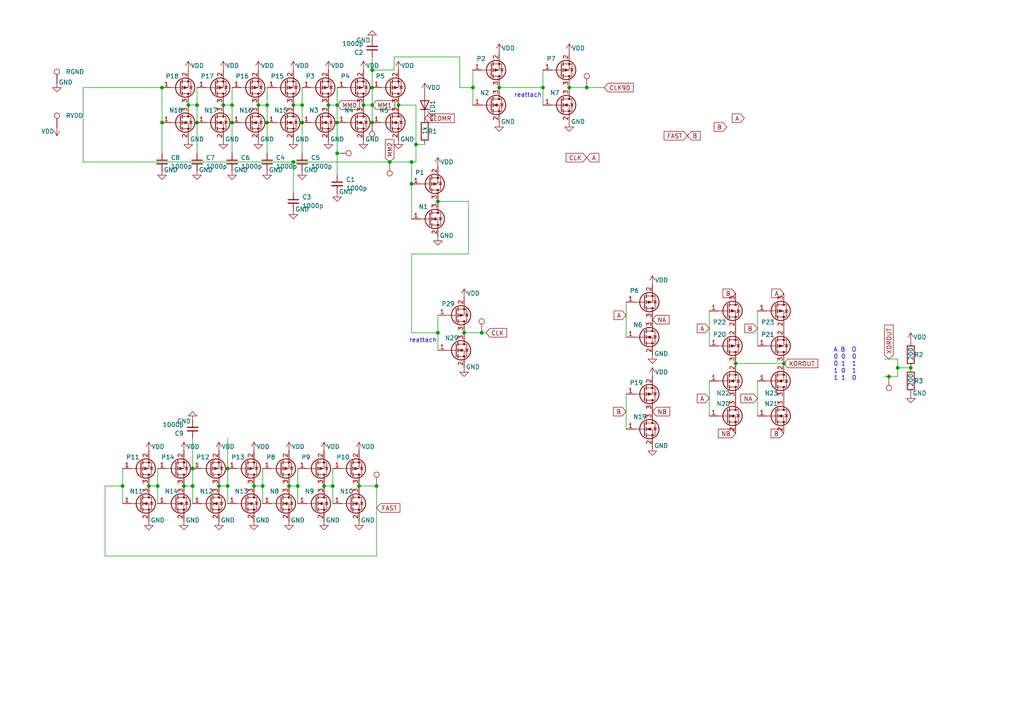
<source format=kicad_sch>
(kicad_sch (version 20250114) (generator "eeschema") (generator_version "9.0")
  (paper "A4")
  (text "reattach" (at 153.162 27.686 0) (effects (font (size 1.27 1.27))))
  (text "reattach" (at 122.682 98.806 0) (effects (font (size 1.27 1.27))))
  (text " A B  O\n 0 0  0\n 0 1  1\n 1 0  1\n 1 1  0" (at 244.602 105.664 0) (effects (font (size 1.27 1.27))))
  (junction (at 76.2 140.97))
  (junction (at 66.04 135.89))
  (junction (at 66.04 140.97))
  (junction (at 77.47 30.48))
  (junction (at 107.95 25.4))
  (junction (at 67.31 35.56))
  (junction (at 77.47 35.56))
  (junction (at 97.79 44.45))
  (junction (at 45.72 140.97))
  (junction (at 127 96.52))
  (junction (at 134.62 96.52))
  (junction (at 137.16 25.4))
  (junction (at 57.15 30.48))
  (junction (at 93.98 140.97))
  (junction (at 85.09 30.48))
  (junction (at 55.88 135.89))
  (junction (at 105.41 30.48))
  (junction (at 43.18 140.97))
  (junction (at 115.57 30.48))
  (junction (at 165.1 25.4))
  (junction (at 119.38 46.99))
  (junction (at 74.93 30.48))
  (junction (at 97.79 35.56))
  (junction (at 257.81 109.22))
  (junction (at 227.33 105.41))
  (junction (at 119.38 53.34))
  (junction (at 46.99 35.56))
  (junction (at 53.34 140.97))
  (junction (at 87.63 30.48))
  (junction (at 85.09 46.99))
  (junction (at 87.63 35.56))
  (junction (at 46.99 25.4))
  (junction (at 107.95 20.32))
  (junction (at 86.36 140.97))
  (junction (at 104.14 140.97))
  (junction (at 83.82 140.97))
  (junction (at 170.18 25.4))
  (junction (at 64.77 30.48))
  (junction (at 67.31 30.48))
  (junction (at 127 58.42))
  (junction (at 213.36 105.41))
  (junction (at 113.03 46.99))
  (junction (at 157.48 25.4))
  (junction (at 95.25 30.48))
  (junction (at 109.22 140.97))
  (junction (at 139.7 96.52))
  (junction (at 96.52 140.97))
  (junction (at 57.15 35.56))
  (junction (at 264.16 106.68))
  (junction (at 35.56 140.97))
  (junction (at 107.95 35.56))
  (junction (at 63.5 140.97))
  (junction (at 260.35 106.68))
  (junction (at 144.78 25.4))
  (junction (at 107.95 30.48))
  (junction (at 120.65 41.91))
  (junction (at 55.88 140.97))
  (junction (at 54.61 30.48))
  (junction (at 73.66 140.97))
  (junction (at 97.79 30.48))
  (wire (pts (xy 55.88 135.89) (xy 55.88 140.97)))
  (wire (pts (xy 87.63 30.48) (xy 87.63 35.56)))
  (wire (pts (xy 170.18 25.4) (xy 175.26 25.4)))
  (wire (pts (xy 181.61 87.63) (xy 181.61 97.79)))
  (wire (pts (xy 107.95 30.48) (xy 107.95 35.56)))
  (wire (pts (xy 30.48 161.29) (xy 109.22 161.29)))
  (wire (pts (xy 107.95 20.32) (xy 114.3 20.32)))
  (wire (pts (xy 256.54 109.22) (xy 257.81 109.22)))
  (wire (pts (xy 55.88 140.97) (xy 55.88 146.05)))
  (wire (pts (xy 85.09 55.88) (xy 85.09 46.99)))
  (wire (pts (xy 97.79 25.4) (xy 97.79 30.48)))
  (wire (pts (xy 127 96.52) (xy 127 101.6)))
  (wire (pts (xy 114.3 20.32) (xy 114.3 16.51)))
  (wire (pts (xy 219.71 90.17) (xy 219.71 100.33)))
  (wire (pts (xy 219.71 110.49) (xy 219.71 120.65)))
  (wire (pts (xy 140.97 96.52) (xy 139.7 96.52)))
  (wire (pts (xy 66.04 140.97) (xy 66.04 135.89)))
  (wire (pts (xy 53.34 140.97) (xy 55.88 140.97)))
  (wire (pts (xy 55.88 127) (xy 55.88 135.89)))
  (wire (pts (xy 86.36 140.97) (xy 86.36 146.05)))
  (wire (pts (xy 87.63 25.4) (xy 87.63 30.48)))
  (wire (pts (xy 30.48 140.97) (xy 30.48 161.29)))
  (wire (pts (xy 24.13 25.4) (xy 46.99 25.4)))
  (wire (pts (xy 77.47 25.4) (xy 77.47 30.48)))
  (wire (pts (xy 109.22 140.97) (xy 109.22 161.29)))
  (wire (pts (xy 144.78 25.4) (xy 157.48 25.4)))
  (wire (pts (xy 139.7 96.52) (xy 134.62 96.52)))
  (wire (pts (xy 97.79 35.56) (xy 97.79 44.45)))
  (wire (pts (xy 35.56 135.89) (xy 35.56 140.97)))
  (wire (pts (xy 137.16 20.32) (xy 137.16 25.4)))
  (wire (pts (xy 113.03 46.99) (xy 119.38 46.99)))
  (wire (pts (xy 107.95 20.32) (xy 107.95 25.4)))
  (wire (pts (xy 77.47 30.48) (xy 77.47 35.56)))
  (wire (pts (xy 86.36 135.89) (xy 86.36 140.97)))
  (wire (pts (xy 73.66 140.97) (xy 76.2 140.97)))
  (wire (pts (xy 114.3 16.51) (xy 133.35 16.51)))
  (wire (pts (xy 135.89 58.42) (xy 135.89 73.66)))
  (wire (pts (xy 120.65 46.99) (xy 119.38 46.99)))
  (wire (pts (xy 127 91.44) (xy 127 96.52)))
  (wire (pts (xy 120.65 41.91) (xy 123.19 41.91)))
  (wire (pts (xy 133.35 25.4) (xy 137.16 25.4)))
  (wire (pts (xy 24.13 25.4) (xy 24.13 46.99)))
  (wire (pts (xy 96.52 140.97) (xy 96.52 135.89)))
  (wire (pts (xy 93.98 140.97) (xy 96.52 140.97)))
  (wire (pts (xy 127 58.42) (xy 135.89 58.42)))
  (wire (pts (xy 104.14 140.97) (xy 109.22 140.97)))
  (wire (pts (xy 54.61 30.48) (xy 57.15 30.48)))
  (wire (pts (xy 66.04 140.97) (xy 66.04 146.05)))
  (wire (pts (xy 67.31 44.45) (xy 67.31 35.56)))
  (wire (pts (xy 77.47 44.45) (xy 77.47 35.56)))
  (wire (pts (xy 57.15 25.4) (xy 57.15 30.48)))
  (wire (pts (xy 181.61 114.3) (xy 181.61 124.46)))
  (wire (pts (xy 205.74 90.17) (xy 205.74 100.33)))
  (wire (pts (xy 95.25 30.48) (xy 97.79 30.48)))
  (wire (pts (xy 119.38 46.99) (xy 119.38 53.34)))
  (wire (pts (xy 24.13 46.99) (xy 85.09 46.99)))
  (wire (pts (xy 67.31 30.48) (xy 67.31 35.56)))
  (wire (pts (xy 157.48 25.4) (xy 157.48 30.48)))
  (wire (pts (xy 107.95 16.51) (xy 107.95 20.32)))
  (wire (pts (xy 260.35 104.14) (xy 260.35 106.68)))
  (wire (pts (xy 120.65 41.91) (xy 120.65 46.99)))
  (wire (pts (xy 63.5 140.97) (xy 66.04 140.97)))
  (wire (pts (xy 57.15 44.45) (xy 57.15 35.56)))
  (wire (pts (xy 46.99 25.4) (xy 46.99 35.56)))
  (wire (pts (xy 85.09 30.48) (xy 87.63 30.48)))
  (wire (pts (xy 43.18 140.97) (xy 45.72 140.97)))
  (wire (pts (xy 87.63 44.45) (xy 87.63 35.56)))
  (wire (pts (xy 46.99 44.45) (xy 46.99 35.56)))
  (wire (pts (xy 213.36 105.41) (xy 227.33 105.41)))
  (wire (pts (xy 83.82 140.97) (xy 86.36 140.97)))
  (wire (pts (xy 170.18 25.4) (xy 165.1 25.4)))
  (wire (pts (xy 67.31 25.4) (xy 67.31 30.48)))
  (wire (pts (xy 66.04 127) (xy 66.04 135.89)))
  (wire (pts (xy 119.38 96.52) (xy 119.38 73.66)))
  (wire (pts (xy 57.15 30.48) (xy 57.15 35.56)))
  (wire (pts (xy 76.2 140.97) (xy 76.2 146.05)))
  (wire (pts (xy 120.65 30.48) (xy 120.65 41.91)))
  (wire (pts (xy 45.72 140.97) (xy 45.72 135.89)))
  (wire (pts (xy 157.48 20.32) (xy 157.48 25.4)))
  (wire (pts (xy 115.57 30.48) (xy 120.65 30.48)))
  (wire (pts (xy 64.77 30.48) (xy 67.31 30.48)))
  (wire (pts (xy 260.35 106.68) (xy 260.35 109.22)))
  (wire (pts (xy 85.09 46.99) (xy 113.03 46.99)))
  (wire (pts (xy 137.16 25.4) (xy 137.16 30.48)))
  (wire (pts (xy 35.56 140.97) (xy 35.56 146.05)))
  (wire (pts (xy 119.38 53.34) (xy 119.38 63.5)))
  (wire (pts (xy 127 96.52) (xy 119.38 96.52)))
  (wire (pts (xy 107.95 25.4) (xy 107.95 30.48)))
  (wire (pts (xy 76.2 140.97) (xy 76.2 135.89)))
  (wire (pts (xy 97.79 44.45) (xy 97.79 50.8)))
  (wire (pts (xy 257.81 109.22) (xy 260.35 109.22)))
  (wire (pts (xy 74.93 30.48) (xy 77.47 30.48)))
  (wire (pts (xy 35.56 140.97) (xy 30.48 140.97)))
  (wire (pts (xy 260.35 106.68) (xy 264.16 106.68)))
  (wire (pts (xy 256.54 104.14) (xy 260.35 104.14)))
  (wire (pts (xy 105.41 30.48) (xy 107.95 30.48)))
  (wire (pts (xy 119.38 73.66) (xy 135.89 73.66)))
  (wire (pts (xy 97.79 30.48) (xy 97.79 35.56)))
  (wire (pts (xy 205.74 110.49) (xy 205.74 120.65)))
  (wire (pts (xy 45.72 140.97) (xy 45.72 146.05)))
  (wire (pts (xy 133.35 16.51) (xy 133.35 25.4)))
  (wire (pts (xy 96.52 140.97) (xy 96.52 146.05)))
  (global_label "B" (shape input) (at 227.33 125.73 180) (property "Intersheetrefs" "${INTERSHEET_REFS}" (effects (hide yes))))
  (global_label "XOROUT" (shape input) (at 227.33 105.41 0) (property "Intersheetrefs" "${INTERSHEET_REFS}" (effects (hide yes))))
  (global_label "FAST" (shape input) (at 199.39 39.37 180) (property "Intersheetrefs" "${INTERSHEET_REFS}" (effects (hide yes))))
  (global_label "CLK" (shape input) (at 170.18 45.72 180) (property "Intersheetrefs" "${INTERSHEET_REFS}" (effects (hide yes))))
  (global_label "MM2" (shape input) (at 113.03 46.99 90) (property "Intersheetrefs" "${INTERSHEET_REFS}" (effects (hide yes))))
  (global_label "FAST" (shape input) (at 109.22 147.32 0) (property "Intersheetrefs" "${INTERSHEET_REFS}" (effects (hide yes))))
  (global_label "A" (shape input) (at 205.74 95.25 180) (property "Intersheetrefs" "${INTERSHEET_REFS}" (effects (hide yes))))
  (global_label "LEDMR" (shape input) (at 123.19 34.29 0) (property "Intersheetrefs" "${INTERSHEET_REFS}" (effects (hide yes))))
  (global_label "NA" (shape input) (at 219.71 115.57 180) (property "Intersheetrefs" "${INTERSHEET_REFS}" (effects (hide yes))))
  (global_label "A" (shape input) (at 205.74 115.57 180) (property "Intersheetrefs" "${INTERSHEET_REFS}" (effects (hide yes))))
  (global_label "NA" (shape input) (at 189.23 92.71 0) (property "Intersheetrefs" "${INTERSHEET_REFS}" (effects (hide yes))))
  (global_label "A" (shape input) (at 181.61 91.44 180) (property "Intersheetrefs" "${INTERSHEET_REFS}" (effects (hide yes))))
  (global_label "MM0" (shape input) (at 97.79 30.48 0) (property "Intersheetrefs" "${INTERSHEET_REFS}" (effects (hide yes))))
  (global_label "A" (shape input) (at 215.9 34.29 180) (property "Intersheetrefs" "${INTERSHEET_REFS}" (effects (hide yes))))
  (global_label "MM1" (shape input) (at 107.95 30.48 0) (property "Intersheetrefs" "${INTERSHEET_REFS}" (effects (hide yes))))
  (global_label "A" (shape input) (at 227.33 85.09 180) (property "Intersheetrefs" "${INTERSHEET_REFS}" (effects (hide yes))))
  (global_label "B" (shape input) (at 219.71 95.25 180) (property "Intersheetrefs" "${INTERSHEET_REFS}" (effects (hide yes))))
  (global_label "XOROUT" (shape input) (at 257.81 104.14 90) (property "Intersheetrefs" "${INTERSHEET_REFS}" (effects (hide yes))))
  (global_label "B" (shape input) (at 210.82 36.83 180) (property "Intersheetrefs" "${INTERSHEET_REFS}" (effects (hide yes))))
  (global_label "NB" (shape input) (at 213.36 125.73 180) (property "Intersheetrefs" "${INTERSHEET_REFS}" (effects (hide yes))))
  (global_label "B" (shape input) (at 181.61 119.38 180) (property "Intersheetrefs" "${INTERSHEET_REFS}" (effects (hide yes))))
  (global_label "B" (shape input) (at 199.39 39.37 0) (property "Intersheetrefs" "${INTERSHEET_REFS}" (effects (hide yes))))
  (global_label "CLK" (shape input) (at 140.97 96.52 0) (property "Intersheetrefs" "${INTERSHEET_REFS}" (effects (hide yes))))
  (global_label "A" (shape input) (at 170.18 45.72 0) (property "Intersheetrefs" "${INTERSHEET_REFS}" (effects (hide yes))))
  (global_label "B" (shape input) (at 213.36 85.09 180) (property "Intersheetrefs" "${INTERSHEET_REFS}" (effects (hide yes))))
  (global_label "NB" (shape input) (at 189.23 119.38 0) (property "Intersheetrefs" "${INTERSHEET_REFS}" (effects (hide yes))))
  (global_label "CLK90" (shape input) (at 175.26 25.4 0) (property "Intersheetrefs" "${INTERSHEET_REFS}" (effects (hide yes))))
  (symbol (lib_id "Device:Q_NMOS_GSD") (at 72.39 35.56 0) (unit 1)
    (property "Reference" "N16" (at 69.342 32.004 0) (effects (justify left)))
    (property "Value" "2SK3541" (effects (hide yes)))
    (property "Footprint" "cnhardware:SOT-723-COMPACT" (effects (hide yes)))
    (property "Description" "N-MOSFET transistor, gate/source/drain" (effects (hide yes)))
    (property "LCSC" "C42402303" (effects (hide yes)))
    (property "Sim.Device" "NMOS" (effects (hide yes)))
    (property "Sim.Type" "VDMOS" (effects (hide yes)))
    (property "Sim.Pins" "1=G 2=S 3=D" (effects (hide yes)))
  )
  (symbol (lib_id "Device:Q_PMOS_GSD") (at 132.08 91.44 0) (mirror x) (unit 1)
    (property "Reference" "P29" (at 128.016 88.138 0) (effects (justify left)))
    (property "Value" "RZM001P02T2L" (effects (hide yes)))
    (property "Footprint" "cnhardware:SOT-723-COMPACTP" (effects (hide yes)))
    (property "Description" "P-MOSFET transistor, gate/source/drain" (effects (hide yes)))
    (property "LCSC" "C308762" (effects (hide yes)))
    (property "Sim.Device" "PMOS" (effects (hide yes)))
    (property "Sim.Type" "VDMOS" (effects (hide yes)))
    (property "Sim.Pins" "1=G 2=S 3=D" (effects (hide yes)))
  )
  (symbol (lib_id "power:GND") (at 54.61 40.64 0) (unit 1)
    (property "Reference" "#PWR041" (effects (hide yes)))
    (property "Value" "GND" (at 57.15 40.386 0))
    (property "Description" "Power symbol creates a global label with name \"GND\" , ground" (effects (hide yes)))
  )
  (symbol (lib_id "Device:Q_NMOS_GSD") (at 50.8 146.05 0) (unit 1)
    (property "Reference" "N14" (at 47.752 142.494 0) (effects (justify left)))
    (property "Value" "2SK3541" (effects (hide yes)))
    (property "Footprint" "cnhardware:SOT-723-COMPACT" (effects (hide yes)))
    (property "Description" "N-MOSFET transistor, gate/source/drain" (effects (hide yes)))
    (property "LCSC" "C42402303" (effects (hide yes)))
    (property "Sim.Device" "NMOS" (effects (hide yes)))
    (property "Sim.Type" "VDMOS" (effects (hide yes)))
    (property "Sim.Pins" "1=G 2=S 3=D" (effects (hide yes)))
  )
  (symbol (lib_id "Device:Q_NMOS_GSD") (at 60.96 146.05 0) (unit 1)
    (property "Reference" "N12" (at 57.912 142.494 0) (effects (justify left)))
    (property "Value" "2SK3541" (effects (hide yes)))
    (property "Footprint" "cnhardware:SOT-723-COMPACT" (effects (hide yes)))
    (property "Description" "N-MOSFET transistor, gate/source/drain" (effects (hide yes)))
    (property "LCSC" "C42402303" (effects (hide yes)))
    (property "Sim.Device" "NMOS" (effects (hide yes)))
    (property "Sim.Type" "VDMOS" (effects (hide yes)))
    (property "Sim.Pins" "1=G 2=S 3=D" (effects (hide yes)))
  )
  (symbol (lib_id "Device:Q_NMOS_GSD") (at 91.44 146.05 0) (unit 1)
    (property "Reference" "N9" (at 88.392 142.494 0) (effects (justify left)))
    (property "Value" "2SK3541" (effects (hide yes)))
    (property "Footprint" "cnhardware:SOT-723-COMPACT" (effects (hide yes)))
    (property "Description" "N-MOSFET transistor, gate/source/drain" (effects (hide yes)))
    (property "LCSC" "C42402303" (effects (hide yes)))
    (property "Sim.Device" "NMOS" (effects (hide yes)))
    (property "Sim.Type" "VDMOS" (effects (hide yes)))
    (property "Sim.Pins" "1=G 2=S 3=D" (effects (hide yes)))
  )
  (symbol (lib_id "Connector:TestPoint") (at 257.81 109.22 180) (unit 1) (in_bom no)
    (property "Reference" "TP8" (effects (hide yes)))
    (property "Value" "TP" (effects (hide yes)))
    (property "Footprint" "cnhardware:TPTHRU" (effects (hide yes)))
    (property "Description" "test point" (effects (hide yes)))
    (property "LCSC" "C25503131" (effects (hide yes)))
    (property "Sim.Device" "TP" (effects (hide yes)))
    (property "Sim.Params" "ROON" (effects (hide yes)))
  )
  (symbol (lib_id "Device:Q_NMOS_GSD") (at 92.71 35.56 0) (unit 1)
    (property "Reference" "N3" (at 89.662 32.004 0) (effects (justify left)))
    (property "Value" "2SK3541" (effects (hide yes)))
    (property "Footprint" "cnhardware:SOT-723-COMPACT" (effects (hide yes)))
    (property "Description" "N-MOSFET transistor, gate/source/drain" (effects (hide yes)))
    (property "LCSC" "C42402303" (effects (hide yes)))
    (property "Sim.Device" "NMOS" (effects (hide yes)))
    (property "Sim.Type" "VDMOS" (effects (hide yes)))
    (property "Sim.Pins" "1=G 2=S 3=D" (effects (hide yes)))
  )
  (symbol (lib_id "power:VDD") (at 105.41 20.32 0) (unit 1)
    (property "Reference" "#PWR09" (effects (hide yes)))
    (property "Value" "VDD" (at 109.982 19.05 0) (effects (justify right)))
    (property "Description" "Power symbol creates a global label with name \"VDD\"" (effects (hide yes)))
  )
  (symbol (lib_id "power:GND") (at 97.79 55.88 0) (unit 1)
    (property "Reference" "#PWR057" (effects (hide yes)))
    (property "Value" "GND" (at 100.33 55.626 0))
    (property "Description" "Power symbol creates a global label with name \"GND\" , ground" (effects (hide yes)))
  )
  (symbol (lib_id "power:GND") (at 189.23 129.54 0) (unit 1)
    (property "Reference" "#PWR050" (effects (hide yes)))
    (property "Value" "GND" (at 191.77 129.286 0))
    (property "Description" "Power symbol creates a global label with name \"GND\" , ground" (effects (hide yes)))
  )
  (symbol (lib_id "power:GND") (at 104.14 151.13 0) (unit 1)
    (property "Reference" "#PWR020" (effects (hide yes)))
    (property "Value" "GND" (at 106.68 150.876 0))
    (property "Description" "Power symbol creates a global label with name \"GND\" , ground" (effects (hide yes)))
  )
  (symbol (lib_id "power:VDD") (at 85.09 20.32 0) (unit 1)
    (property "Reference" "#PWR034" (effects (hide yes)))
    (property "Value" "VDD" (at 89.662 19.05 0) (effects (justify right)))
    (property "Description" "Power symbol creates a global label with name \"VDD\"" (effects (hide yes)))
  )
  (symbol (lib_id "power:GND") (at 55.88 121.92 180) (unit 1)
    (property "Reference" "#PWR051" (effects (hide yes)))
    (property "Value" "GND" (at 53.34 122.174 0))
    (property "Description" "Power symbol creates a global label with name \"GND\" , ground" (effects (hide yes)))
  )
  (symbol (lib_id "Device:C_Small") (at 85.09 58.42 0) (unit 1)
    (property "Reference" "C3" (at 87.63 57.1562 0) (effects (justify left)))
    (property "Value" "1000p" (at 87.63 59.6962 0) (effects (justify left)))
    (property "Description" "Unpolarized capacitor, small symbol" (effects (hide yes)))
  )
  (symbol (lib_id "power:GND") (at 264.16 114.3 0) (unit 1)
    (property "Reference" "#PWR016" (effects (hide yes)))
    (property "Value" "GND" (at 266.7 114.046 0))
    (property "Description" "Power symbol creates a global label with name \"GND\" , ground" (effects (hide yes)))
  )
  (symbol (lib_id "Device:Q_NMOS_GSD") (at 186.69 124.46 0) (unit 1)
    (property "Reference" "N19" (at 183.642 120.904 0) (effects (justify left)))
    (property "Value" "2SK3541" (effects (hide yes)))
    (property "Footprint" "cnhardware:SOT-723-COMPACT" (effects (hide yes)))
    (property "Description" "N-MOSFET transistor, gate/source/drain" (effects (hide yes)))
    (property "LCSC" "C42402303" (effects (hide yes)))
    (property "Sim.Device" "NMOS" (effects (hide yes)))
    (property "Sim.Type" "VDMOS" (effects (hide yes)))
    (property "Sim.Pins" "1=G 2=S 3=D" (effects (hide yes)))
  )
  (symbol (lib_id "power:GND") (at 85.09 40.64 0) (unit 1)
    (property "Reference" "#PWR035" (effects (hide yes)))
    (property "Value" "GND" (at 87.63 40.386 0))
    (property "Description" "Power symbol creates a global label with name \"GND\" , ground" (effects (hide yes)))
  )
  (symbol (lib_id "Device:Q_PMOS_GSD") (at 162.56 20.32 0) (mirror x) (unit 1)
    (property "Reference" "P7" (at 158.496 17.018 0) (effects (justify left)))
    (property "Value" "RZM001P02T2L" (effects (hide yes)))
    (property "Footprint" "cnhardware:SOT-723-COMPACTP" (effects (hide yes)))
    (property "Description" "P-MOSFET transistor, gate/source/drain" (effects (hide yes)))
    (property "LCSC" "C308762" (effects (hide yes)))
    (property "Sim.Device" "PMOS" (effects (hide yes)))
    (property "Sim.Type" "VDMOS" (effects (hide yes)))
    (property "Sim.Pins" "1=G 2=S 3=D" (effects (hide yes)))
  )
  (symbol (lib_id "Device:Q_NMOS_GSD") (at 71.12 146.05 0) (unit 1)
    (property "Reference" "N13" (at 68.072 142.494 0) (effects (justify left)))
    (property "Value" "2SK3541" (effects (hide yes)))
    (property "Footprint" "cnhardware:SOT-723-COMPACT" (effects (hide yes)))
    (property "Description" "N-MOSFET transistor, gate/source/drain" (effects (hide yes)))
    (property "LCSC" "C42402303" (effects (hide yes)))
    (property "Sim.Device" "NMOS" (effects (hide yes)))
    (property "Sim.Type" "VDMOS" (effects (hide yes)))
    (property "Sim.Pins" "1=G 2=S 3=D" (effects (hide yes)))
  )
  (symbol (lib_id "power:VDD") (at 74.93 20.32 0) (unit 1)
    (property "Reference" "#PWR036" (effects (hide yes)))
    (property "Value" "VDD" (at 79.502 19.05 0) (effects (justify right)))
    (property "Description" "Power symbol creates a global label with name \"VDD\"" (effects (hide yes)))
  )
  (symbol (lib_id "Device:C_Small") (at 107.95 13.97 180) (unit 1)
    (property "Reference" "C2" (at 105.41 15.2338 0) (effects (justify left)))
    (property "Value" "1000p" (at 105.41 12.6938 0) (effects (justify left)))
    (property "Description" "Unpolarized capacitor, small symbol" (effects (hide yes)))
  )
  (symbol (lib_id "Device:Q_PMOS_GSD") (at 71.12 135.89 0) (mirror x) (unit 1)
    (property "Reference" "P13" (at 67.056 132.588 0) (effects (justify left)))
    (property "Value" "RZM001P02T2L" (effects (hide yes)))
    (property "Footprint" "cnhardware:SOT-723-COMPACTP" (effects (hide yes)))
    (property "Description" "P-MOSFET transistor, gate/source/drain" (effects (hide yes)))
    (property "LCSC" "C308762" (effects (hide yes)))
    (property "Sim.Device" "PMOS" (effects (hide yes)))
    (property "Sim.Type" "VDMOS" (effects (hide yes)))
    (property "Sim.Pins" "1=G 2=S 3=D" (effects (hide yes)))
  )
  (symbol (lib_id "power:GND") (at 73.66 151.13 0) (unit 1)
    (property "Reference" "#PWR023" (effects (hide yes)))
    (property "Value" "GND" (at 76.2 150.876 0))
    (property "Description" "Power symbol creates a global label with name \"GND\" , ground" (effects (hide yes)))
  )
  (symbol (lib_id "power:GND") (at 46.99 49.53 0) (unit 1)
    (property "Reference" "#PWR048" (effects (hide yes)))
    (property "Value" "GND" (at 49.53 49.276 0))
    (property "Description" "Power symbol creates a global label with name \"GND\" , ground" (effects (hide yes)))
  )
  (symbol (lib_id "Device:C_Small") (at 67.31 46.99 0) (unit 1)
    (property "Reference" "C6" (at 69.85 45.7262 0) (effects (justify left)))
    (property "Value" "1000p" (at 69.85 48.2662 0) (effects (justify left)))
    (property "Description" "Unpolarized capacitor, small symbol" (effects (hide yes)))
  )
  (symbol (lib_id "power:GND") (at 165.1 35.56 0) (unit 1)
    (property "Reference" "#PWR019" (effects (hide yes)))
    (property "Value" "GND" (at 167.64 35.306 0))
    (property "Description" "Power symbol creates a global label with name \"GND\" , ground" (effects (hide yes)))
  )
  (symbol (lib_id "power:GND") (at 83.82 151.13 0) (unit 1)
    (property "Reference" "#PWR022" (effects (hide yes)))
    (property "Value" "GND" (at 86.36 150.876 0))
    (property "Description" "Power symbol creates a global label with name \"GND\" , ground" (effects (hide yes)))
  )
  (symbol (lib_id "Device:Q_NMOS_GSD") (at 162.56 30.48 0) (unit 1)
    (property "Reference" "N7" (at 159.512 26.924 0) (effects (justify left)))
    (property "Value" "2SK3541" (effects (hide yes)))
    (property "Footprint" "cnhardware:SOT-723-COMPACT" (effects (hide yes)))
    (property "Description" "N-MOSFET transistor, gate/source/drain" (effects (hide yes)))
    (property "LCSC" "C42402303" (effects (hide yes)))
    (property "Sim.Device" "NMOS" (effects (hide yes)))
    (property "Sim.Type" "VDMOS" (effects (hide yes)))
    (property "Sim.Pins" "1=G 2=S 3=D" (effects (hide yes)))
  )
  (symbol (lib_id "Device:Q_NMOS_GSD") (at 52.07 35.56 0) (unit 1)
    (property "Reference" "N18" (at 49.022 32.004 0) (effects (justify left)))
    (property "Value" "2SK3541" (effects (hide yes)))
    (property "Footprint" "cnhardware:SOT-723-COMPACT" (effects (hide yes)))
    (property "Description" "N-MOSFET transistor, gate/source/drain" (effects (hide yes)))
    (property "LCSC" "C42402303" (effects (hide yes)))
    (property "Sim.Device" "NMOS" (effects (hide yes)))
    (property "Sim.Type" "VDMOS" (effects (hide yes)))
    (property "Sim.Pins" "1=G 2=S 3=D" (effects (hide yes)))
  )
  (symbol (lib_id "Device:C_Small") (at 87.63 46.99 0) (unit 1)
    (property "Reference" "C5" (at 90.17 45.7262 0) (effects (justify left)))
    (property "Value" "1000p" (at 90.17 48.2662 0) (effects (justify left)))
    (property "Description" "Unpolarized capacitor, small symbol" (effects (hide yes)))
  )
  (symbol (lib_id "Device:Q_NMOS_GSD") (at 102.87 35.56 0) (unit 1)
    (property "Reference" "N4" (at 99.822 32.004 0) (effects (justify left)))
    (property "Value" "2SK3541" (effects (hide yes)))
    (property "Footprint" "cnhardware:SOT-723-COMPACT" (effects (hide yes)))
    (property "Description" "N-MOSFET transistor, gate/source/drain" (effects (hide yes)))
    (property "LCSC" "C42402303" (effects (hide yes)))
    (property "Sim.Device" "NMOS" (effects (hide yes)))
    (property "Sim.Type" "VDMOS" (effects (hide yes)))
    (property "Sim.Pins" "1=G 2=S 3=D" (effects (hide yes)))
  )
  (symbol (lib_id "Device:C_Small") (at 46.99 46.99 0) (unit 1)
    (property "Reference" "C8" (at 49.53 45.7262 0) (effects (justify left)))
    (property "Value" "1000p" (at 49.53 48.2662 0) (effects (justify left)))
    (property "Description" "Unpolarized capacitor, small symbol" (effects (hide yes)))
  )
  (symbol (lib_id "power:GND") (at 64.77 40.64 0) (unit 1)
    (property "Reference" "#PWR039" (effects (hide yes)))
    (property "Value" "GND" (at 67.31 40.386 0))
    (property "Description" "Power symbol creates a global label with name \"GND\" , ground" (effects (hide yes)))
  )
  (symbol (lib_id "Device:C_Small") (at 55.88 124.46 180) (unit 1)
    (property "Reference" "C9" (at 53.34 125.7238 0) (effects (justify left)))
    (property "Value" "1000p" (at 53.34 123.1838 0) (effects (justify left)))
    (property "Description" "Unpolarized capacitor, small symbol" (effects (hide yes)))
  )
  (symbol (lib_id "Device:Q_PMOS_GSD") (at 101.6 135.89 0) (mirror x) (unit 1)
    (property "Reference" "P10" (at 97.536 132.588 0) (effects (justify left)))
    (property "Value" "RZM001P02T2L" (effects (hide yes)))
    (property "Footprint" "cnhardware:SOT-723-COMPACTP" (effects (hide yes)))
    (property "Description" "P-MOSFET transistor, gate/source/drain" (effects (hide yes)))
    (property "LCSC" "C308762" (effects (hide yes)))
    (property "Sim.Device" "PMOS" (effects (hide yes)))
    (property "Sim.Type" "VDMOS" (effects (hide yes)))
    (property "Sim.Pins" "1=G 2=S 3=D" (effects (hide yes)))
  )
  (symbol (lib_id "Connector:TestPoint") (at 109.22 140.97 0) (unit 1) (in_bom no)
    (property "Reference" "TP3" (effects (hide yes)))
    (property "Value" "TP" (effects (hide yes)))
    (property "Footprint" "cnhardware:TPTHRU" (effects (hide yes)))
    (property "Description" "test point" (effects (hide yes)))
    (property "LCSC" "C25503131" (effects (hide yes)))
    (property "Sim.Device" "TP" (effects (hide yes)))
    (property "Sim.Params" "ROON" (effects (hide yes)))
  )
  (symbol (lib_id "Device:C_Small") (at 97.79 53.34 0) (unit 1)
    (property "Reference" "C1" (at 100.33 52.0762 0) (effects (justify left)))
    (property "Value" "1000p" (at 100.33 54.6162 0) (effects (justify left)))
    (property "Description" "Unpolarized capacitor, small symbol" (effects (hide yes)))
  )
  (symbol (lib_id "Device:Q_NMOS_GSD") (at 224.79 120.65 0) (unit 1)
    (property "Reference" "N21" (at 221.742 117.094 0) (effects (justify left)))
    (property "Value" "2SK3541" (effects (hide yes)))
    (property "Footprint" "cnhardware:SOT-723-COMPACT" (effects (hide yes)))
    (property "Description" "N-MOSFET transistor, gate/source/drain" (effects (hide yes)))
    (property "LCSC" "C42402303" (effects (hide yes)))
    (property "Sim.Device" "NMOS" (effects (hide yes)))
    (property "Sim.Type" "VDMOS" (effects (hide yes)))
    (property "Sim.Pins" "1=G 2=S 3=D" (effects (hide yes)))
  )
  (symbol (lib_id "power:GND") (at 85.09 60.96 0) (unit 1)
    (property "Reference" "#PWR05" (effects (hide yes)))
    (property "Value" "GND" (at 87.63 60.706 0))
    (property "Description" "Power symbol creates a global label with name \"GND\" , ground" (effects (hide yes)))
  )
  (symbol (lib_id "power:GND") (at 93.98 151.13 0) (unit 1)
    (property "Reference" "#PWR021" (effects (hide yes)))
    (property "Value" "GND" (at 96.52 150.876 0))
    (property "Description" "Power symbol creates a global label with name \"GND\" , ground" (effects (hide yes)))
  )
  (symbol (lib_id "power:GND") (at 189.23 102.87 0) (unit 1)
    (property "Reference" "#PWR049" (effects (hide yes)))
    (property "Value" "GND" (at 191.77 102.616 0))
    (property "Description" "Power symbol creates a global label with name \"GND\" , ground" (effects (hide yes)))
  )
  (symbol (lib_id "Device:Q_PMOS_GSD") (at 92.71 25.4 0) (mirror x) (unit 1)
    (property "Reference" "P3" (at 88.646 22.098 0) (effects (justify left)))
    (property "Value" "RZM001P02T2L" (effects (hide yes)))
    (property "Footprint" "cnhardware:SOT-723-COMPACTP" (effects (hide yes)))
    (property "Description" "P-MOSFET transistor, gate/source/drain" (effects (hide yes)))
    (property "LCSC" "C308762" (effects (hide yes)))
    (property "Sim.Device" "PMOS" (effects (hide yes)))
    (property "Sim.Type" "VDMOS" (effects (hide yes)))
    (property "Sim.Pins" "1=G 2=S 3=D" (effects (hide yes)))
  )
  (symbol (lib_id "power:VDD") (at 264.16 99.06 0) (unit 1)
    (property "Reference" "#PWR017" (effects (hide yes)))
    (property "Value" "VDD" (at 268.732 97.79 0) (effects (justify right)))
    (property "Description" "Power symbol creates a global label with name \"VDD\"" (effects (hide yes)))
  )
  (symbol (lib_id "Device:Q_PMOS_GSD") (at 224.79 100.33 0) (mirror x) (unit 1)
    (property "Reference" "P21" (at 220.726 97.028 0) (effects (justify left)))
    (property "Value" "RZM001P02T2L" (effects (hide yes)))
    (property "Footprint" "cnhardware:SOT-723-COMPACTP" (effects (hide yes)))
    (property "Description" "P-MOSFET transistor, gate/source/drain" (effects (hide yes)))
    (property "LCSC" "C308762" (effects (hide yes)))
    (property "Sim.Device" "PMOS" (effects (hide yes)))
    (property "Sim.Type" "VDMOS" (effects (hide yes)))
    (property "Sim.Pins" "1=G 2=S 3=D" (effects (hide yes)))
  )
  (symbol (lib_id "Device:Q_PMOS_GSD") (at 81.28 135.89 0) (mirror x) (unit 1)
    (property "Reference" "P8" (at 77.216 132.588 0) (effects (justify left)))
    (property "Value" "RZM001P02T2L" (effects (hide yes)))
    (property "Footprint" "cnhardware:SOT-723-COMPACTP" (effects (hide yes)))
    (property "Description" "P-MOSFET transistor, gate/source/drain" (effects (hide yes)))
    (property "LCSC" "C308762" (effects (hide yes)))
    (property "Sim.Device" "PMOS" (effects (hide yes)))
    (property "Sim.Type" "VDMOS" (effects (hide yes)))
    (property "Sim.Pins" "1=G 2=S 3=D" (effects (hide yes)))
  )
  (symbol (lib_id "power:VDD") (at 123.19 26.67 0) (unit 1)
    (property "Reference" "#PWR013" (effects (hide yes)))
    (property "Value" "VDD" (at 127.762 25.4 0) (effects (justify right)))
    (property "Description" "Power symbol creates a global label with name \"VDD\"" (effects (hide yes)))
  )
  (symbol (lib_id "power:GND") (at 16.51 24.13 0) (unit 1)
    (property "Reference" "#PWR01" (effects (hide yes)))
    (property "Value" "GND" (at 19.05 23.876 0))
    (property "Description" "Power symbol creates a global label with name \"GND\" , ground" (effects (hide yes)))
  )
  (symbol (lib_id "Device:Q_NMOS_GSD") (at 40.64 146.05 0) (unit 1)
    (property "Reference" "N11" (at 37.592 142.494 0) (effects (justify left)))
    (property "Value" "2SK3541" (effects (hide yes)))
    (property "Footprint" "cnhardware:SOT-723-COMPACT" (effects (hide yes)))
    (property "Description" "N-MOSFET transistor, gate/source/drain" (effects (hide yes)))
    (property "LCSC" "C42402303" (effects (hide yes)))
    (property "Sim.Device" "NMOS" (effects (hide yes)))
    (property "Sim.Type" "VDMOS" (effects (hide yes)))
    (property "Sim.Pins" "1=G 2=S 3=D" (effects (hide yes)))
  )
  (symbol (lib_id "power:VDD") (at 127 48.26 0) (unit 1)
    (property "Reference" "#PWR06" (effects (hide yes)))
    (property "Value" "VDD" (at 131.572 46.99 0) (effects (justify right)))
    (property "Description" "Power symbol creates a global label with name \"VDD\"" (effects (hide yes)))
  )
  (symbol (lib_id "Device:Q_NMOS_GSD") (at 101.6 146.05 0) (unit 1)
    (property "Reference" "N10" (at 98.552 142.494 0) (effects (justify left)))
    (property "Value" "2SK3541" (effects (hide yes)))
    (property "Footprint" "cnhardware:SOT-723-COMPACT" (effects (hide yes)))
    (property "Description" "N-MOSFET transistor, gate/source/drain" (effects (hide yes)))
    (property "LCSC" "C42402303" (effects (hide yes)))
    (property "Sim.Device" "NMOS" (effects (hide yes)))
    (property "Sim.Type" "VDMOS" (effects (hide yes)))
    (property "Sim.Pins" "1=G 2=S 3=D" (effects (hide yes)))
  )
  (symbol (lib_id "Device:Q_PMOS_GSD") (at 50.8 135.89 0) (mirror x) (unit 1)
    (property "Reference" "P14" (at 46.736 132.588 0) (effects (justify left)))
    (property "Value" "RZM001P02T2L" (effects (hide yes)))
    (property "Footprint" "cnhardware:SOT-723-COMPACTP" (effects (hide yes)))
    (property "Description" "P-MOSFET transistor, gate/source/drain" (effects (hide yes)))
    (property "LCSC" "C308762" (effects (hide yes)))
    (property "Sim.Device" "PMOS" (effects (hide yes)))
    (property "Sim.Type" "VDMOS" (effects (hide yes)))
    (property "Sim.Pins" "1=G 2=S 3=D" (effects (hide yes)))
  )
  (symbol (lib_id "Device:Q_PMOS_GSD") (at 186.69 114.3 0) (mirror x) (unit 1)
    (property "Reference" "P19" (at 182.626 110.998 0) (effects (justify left)))
    (property "Value" "RZM001P02T2L" (effects (hide yes)))
    (property "Footprint" "cnhardware:SOT-723-COMPACTP" (effects (hide yes)))
    (property "Description" "P-MOSFET transistor, gate/source/drain" (effects (hide yes)))
    (property "LCSC" "C308762" (effects (hide yes)))
    (property "Sim.Device" "PMOS" (effects (hide yes)))
    (property "Sim.Type" "VDMOS" (effects (hide yes)))
    (property "Sim.Pins" "1=G 2=S 3=D" (effects (hide yes)))
  )
  (symbol (lib_id "power:GND") (at 43.18 151.13 0) (unit 1)
    (property "Reference" "#PWR031" (effects (hide yes)))
    (property "Value" "GND" (at 45.72 150.876 0))
    (property "Description" "Power symbol creates a global label with name \"GND\" , ground" (effects (hide yes)))
  )
  (symbol (lib_id "power:VDD") (at 134.62 86.36 0) (unit 1)
    (property "Reference" "#PWR046" (effects (hide yes)))
    (property "Value" "VDD" (at 139.192 85.09 0) (effects (justify right)))
    (property "Description" "Power symbol creates a global label with name \"VDD\"" (effects (hide yes)))
  )
  (symbol (lib_id "Device:Q_NMOS_GSD") (at 124.46 63.5 0) (unit 1)
    (property "Reference" "N1" (at 121.412 59.944 0) (effects (justify left)))
    (property "Value" "2SK3541" (effects (hide yes)))
    (property "Footprint" "cnhardware:SOT-723-COMPACT" (effects (hide yes)))
    (property "Description" "N-MOSFET transistor, gate/source/drain" (effects (hide yes)))
    (property "LCSC" "C42402303" (effects (hide yes)))
    (property "Sim.Device" "NMOS" (effects (hide yes)))
    (property "Sim.Type" "VDMOS" (effects (hide yes)))
    (property "Sim.Pins" "1=G 2=S 3=D" (effects (hide yes)))
  )
  (symbol (lib_id "power:VDD") (at 95.25 20.32 0) (unit 1)
    (property "Reference" "#PWR07" (effects (hide yes)))
    (property "Value" "VDD" (at 99.822 19.05 0) (effects (justify right)))
    (property "Description" "Power symbol creates a global label with name \"VDD\"" (effects (hide yes)))
  )
  (symbol (lib_id "Device:LED") (at 123.19 30.48 90) (unit 1)
    (property "Reference" "LED1" (at 125.476 28.956 0) (effects (justify right)))
    (property "Value" "LED" (effects (hide yes)))
    (property "Footprint" "cnhardware:LED_0402_1005Metric_COMPACT" (effects (hide yes)))
    (property "Description" "Light emitting diode" (effects (hide yes)))
    (property "LCSC" "C965793" (effects (hide yes)))
    (property "Sim.Device" "LED" (effects (hide yes)))
    (property "Sim.Pins" "1=A 2=K" (effects (hide yes)))
  )
  (symbol (lib_id "power:GND") (at 53.34 151.13 0) (unit 1)
    (property "Reference" "#PWR033" (effects (hide yes)))
    (property "Value" "GND" (at 55.88 150.876 0))
    (property "Description" "Power symbol creates a global label with name \"GND\" , ground" (effects (hide yes)))
  )
  (symbol (lib_id "Device:Q_NMOS_GSD") (at 62.23 35.56 0) (unit 1)
    (property "Reference" "N17" (at 59.182 32.004 0) (effects (justify left)))
    (property "Value" "2SK3541" (effects (hide yes)))
    (property "Footprint" "cnhardware:SOT-723-COMPACT" (effects (hide yes)))
    (property "Description" "N-MOSFET transistor, gate/source/drain" (effects (hide yes)))
    (property "LCSC" "C42402303" (effects (hide yes)))
    (property "Sim.Device" "NMOS" (effects (hide yes)))
    (property "Sim.Type" "VDMOS" (effects (hide yes)))
    (property "Sim.Pins" "1=G 2=S 3=D" (effects (hide yes)))
  )
  (symbol (lib_id "power:GND") (at 57.15 49.53 0) (unit 1)
    (property "Reference" "#PWR045" (effects (hide yes)))
    (property "Value" "GND" (at 59.69 49.276 0))
    (property "Description" "Power symbol creates a global label with name \"GND\" , ground" (effects (hide yes)))
  )
  (symbol (lib_id "power:VDD") (at 43.18 130.81 0) (unit 1)
    (property "Reference" "#PWR030" (effects (hide yes)))
    (property "Value" "VDD" (at 47.752 129.54 0) (effects (justify right)))
    (property "Description" "Power symbol creates a global label with name \"VDD\"" (effects (hide yes)))
  )
  (symbol (lib_id "Device:Q_PMOS_GSD") (at 52.07 25.4 0) (mirror x) (unit 1)
    (property "Reference" "P18" (at 48.006 22.098 0) (effects (justify left)))
    (property "Value" "RZM001P02T2L" (effects (hide yes)))
    (property "Footprint" "cnhardware:SOT-723-COMPACTP" (effects (hide yes)))
    (property "Description" "P-MOSFET transistor, gate/source/drain" (effects (hide yes)))
    (property "LCSC" "C308762" (effects (hide yes)))
    (property "Sim.Device" "PMOS" (effects (hide yes)))
    (property "Sim.Type" "VDMOS" (effects (hide yes)))
    (property "Sim.Pins" "1=G 2=S 3=D" (effects (hide yes)))
  )
  (symbol (lib_id "power:VDD") (at 54.61 20.32 0) (unit 1)
    (property "Reference" "#PWR040" (effects (hide yes)))
    (property "Value" "VDD" (at 59.182 19.05 0) (effects (justify right)))
    (property "Description" "Power symbol creates a global label with name \"VDD\"" (effects (hide yes)))
  )
  (symbol (lib_id "power:VDD") (at 53.34 130.81 0) (unit 1)
    (property "Reference" "#PWR032" (effects (hide yes)))
    (property "Value" "VDD" (at 57.912 129.54 0) (effects (justify right)))
    (property "Description" "Power symbol creates a global label with name \"VDD\"" (effects (hide yes)))
  )
  (symbol (lib_id "power:VDD") (at 189.23 82.55 0) (unit 1)
    (property "Reference" "#PWR052" (effects (hide yes)))
    (property "Value" "VDD" (at 193.802 81.28 0) (effects (justify right)))
    (property "Description" "Power symbol creates a global label with name \"VDD\"" (effects (hide yes)))
  )
  (symbol (lib_id "Device:Q_NMOS_GSD") (at 224.79 110.49 0) (mirror x) (unit 1)
    (property "Reference" "N23" (at 221.742 114.046 0) (effects (justify left)))
    (property "Value" "2SK3541" (effects (hide yes)))
    (property "Footprint" "cnhardware:SOT-723-COMPACT" (effects (hide yes)))
    (property "Description" "N-MOSFET transistor, gate/source/drain" (effects (hide yes)))
    (property "LCSC" "C42402303" (effects (hide yes)))
    (property "Sim.Device" "NMOS" (effects (hide yes)))
    (property "Sim.Type" "VDMOS" (effects (hide yes)))
    (property "Sim.Pins" "1=G 2=S 3=D" (effects (hide yes)))
  )
  (symbol (lib_id "Device:Q_PMOS_GSD") (at 60.96 135.89 0) (mirror x) (unit 1)
    (property "Reference" "P12" (at 56.896 132.588 0) (effects (justify left)))
    (property "Value" "RZM001P02T2L" (effects (hide yes)))
    (property "Footprint" "cnhardware:SOT-723-COMPACTP" (effects (hide yes)))
    (property "Description" "P-MOSFET transistor, gate/source/drain" (effects (hide yes)))
    (property "LCSC" "C308762" (effects (hide yes)))
    (property "Sim.Device" "PMOS" (effects (hide yes)))
    (property "Sim.Type" "VDMOS" (effects (hide yes)))
    (property "Sim.Pins" "1=G 2=S 3=D" (effects (hide yes)))
  )
  (symbol (lib_id "Device:Q_PMOS_GSD") (at 124.46 53.34 0) (mirror x) (unit 1)
    (property "Reference" "P1" (at 120.396 50.038 0) (effects (justify left)))
    (property "Value" "RZM001P02T2L" (effects (hide yes)))
    (property "Footprint" "cnhardware:SOT-723-COMPACTP" (effects (hide yes)))
    (property "Description" "P-MOSFET transistor, gate/source/drain" (effects (hide yes)))
    (property "LCSC" "C308762" (effects (hide yes)))
    (property "Sim.Device" "PMOS" (effects (hide yes)))
    (property "Sim.Type" "VDMOS" (effects (hide yes)))
    (property "Sim.Pins" "1=G 2=S 3=D" (effects (hide yes)))
  )
  (symbol (lib_id "power:GND") (at 134.62 106.68 0) (unit 1)
    (property "Reference" "#PWR047" (effects (hide yes)))
    (property "Value" "GND" (at 137.16 106.426 0))
    (property "Description" "Power symbol creates a global label with name \"GND\" , ground" (effects (hide yes)))
  )
  (symbol (lib_id "Device:Q_PMOS_GSD") (at 40.64 135.89 0) (mirror x) (unit 1)
    (property "Reference" "P11" (at 36.576 132.588 0) (effects (justify left)))
    (property "Value" "RZM001P02T2L" (effects (hide yes)))
    (property "Footprint" "cnhardware:SOT-723-COMPACTP" (effects (hide yes)))
    (property "Description" "P-MOSFET transistor, gate/source/drain" (effects (hide yes)))
    (property "LCSC" "C308762" (effects (hide yes)))
    (property "Sim.Device" "PMOS" (effects (hide yes)))
    (property "Sim.Type" "VDMOS" (effects (hide yes)))
    (property "Sim.Pins" "1=G 2=S 3=D" (effects (hide yes)))
  )
  (symbol (lib_id "Connector:TestPoint") (at 16.51 36.83 0) (unit 1) (in_bom no)
    (property "Reference" "TP2" (effects (hide yes)))
    (property "Value" "RVDD" (at 19.05 33.5279 0) (effects (justify left)))
    (property "Footprint" "cnhardware:TPTHRU" (effects (hide yes)))
    (property "Description" "test point" (effects (hide yes)))
    (property "LCSC" "C25503131" (effects (hide yes)))
    (property "Sim.Device" "TP" (effects (hide yes)))
    (property "Sim.Params" "TP" (effects (hide yes)))
  )
  (symbol (lib_id "Device:Q_PMOS_GSD") (at 91.44 135.89 0) (mirror x) (unit 1)
    (property "Reference" "P9" (at 87.376 132.588 0) (effects (justify left)))
    (property "Value" "RZM001P02T2L" (effects (hide yes)))
    (property "Footprint" "cnhardware:SOT-723-COMPACTP" (effects (hide yes)))
    (property "Description" "P-MOSFET transistor, gate/source/drain" (effects (hide yes)))
    (property "LCSC" "C308762" (effects (hide yes)))
    (property "Sim.Device" "PMOS" (effects (hide yes)))
    (property "Sim.Type" "VDMOS" (effects (hide yes)))
    (property "Sim.Pins" "1=G 2=S 3=D" (effects (hide yes)))
  )
  (symbol (lib_id "Device:R") (at 264.16 110.49 0) (unit 1)
    (property "Reference" "R3" (at 266.446 110.49 0))
    (property "Value" "200" (at 264.16 110.236 90))
    (property "Footprint" "cnhardware:R_0402_1005Metric_COMPACT" (effects (hide yes)))
    (property "Description" "Resistor" (effects (hide yes)))
    (property "LCSC" "C11702" (effects (hide yes)))
  )
  (symbol (lib_id "Connector:TestPoint") (at 139.7 96.52 0) (unit 1) (in_bom no)
    (property "Reference" "TP6" (effects (hide yes)))
    (property "Value" "TP" (effects (hide yes)))
    (property "Footprint" "cnhardware:TPTHRU" (effects (hide yes)))
    (property "Description" "test point" (effects (hide yes)))
    (property "LCSC" "C25503131" (effects (hide yes)))
    (property "Sim.Device" "TP" (effects (hide yes)))
    (property "Sim.Params" "ROON" (effects (hide yes)))
  )
  (symbol (lib_id "Device:C_Small") (at 57.15 46.99 0) (unit 1)
    (property "Reference" "C7" (at 59.69 45.7262 0) (effects (justify left)))
    (property "Value" "1000p" (at 59.69 48.2662 0) (effects (justify left)))
    (property "Description" "Unpolarized capacitor, small symbol" (effects (hide yes)))
  )
  (symbol (lib_id "power:GND") (at 95.25 40.64 0) (unit 1)
    (property "Reference" "#PWR08" (effects (hide yes)))
    (property "Value" "GND" (at 97.79 40.386 0))
    (property "Description" "Power symbol creates a global label with name \"GND\" , ground" (effects (hide yes)))
  )
  (symbol (lib_id "power:VDD") (at 64.77 20.32 0) (unit 1)
    (property "Reference" "#PWR038" (effects (hide yes)))
    (property "Value" "VDD" (at 69.342 19.05 0) (effects (justify right)))
    (property "Description" "Power symbol creates a global label with name \"VDD\"" (effects (hide yes)))
  )
  (symbol (lib_id "power:GND") (at 74.93 40.64 0) (unit 1)
    (property "Reference" "#PWR037" (effects (hide yes)))
    (property "Value" "GND" (at 77.47 40.386 0))
    (property "Description" "Power symbol creates a global label with name \"GND\" , ground" (effects (hide yes)))
  )
  (symbol (lib_id "Device:Q_PMOS_GSD") (at 210.82 90.17 0) (unit 1)
    (property "Reference" "P22" (at 206.756 93.472 0) (effects (justify left)))
    (property "Value" "RZM001P02T2L" (effects (hide yes)))
    (property "Footprint" "cnhardware:SOT-723-COMPACTP" (effects (hide yes)))
    (property "Description" "P-MOSFET transistor, gate/source/drain" (effects (hide yes)))
    (property "LCSC" "C308762" (effects (hide yes)))
    (property "Sim.Device" "PMOS" (effects (hide yes)))
    (property "Sim.Type" "VDMOS" (effects (hide yes)))
    (property "Sim.Pins" "1=G 2=S 3=D" (effects (hide yes)))
  )
  (symbol (lib_id "Connector:TestPoint") (at 170.18 25.4 0) (unit 1) (in_bom no)
    (property "Reference" "TP4" (effects (hide yes)))
    (property "Value" "TP" (effects (hide yes)))
    (property "Footprint" "cnhardware:TPTHRU" (effects (hide yes)))
    (property "Description" "test point" (effects (hide yes)))
    (property "LCSC" "C25503131" (effects (hide yes)))
    (property "Sim.Device" "TP" (effects (hide yes)))
    (property "Sim.Params" "ROON" (effects (hide yes)))
  )
  (symbol (lib_id "power:VDD") (at 83.82 130.81 0) (unit 1)
    (property "Reference" "#PWR027" (effects (hide yes)))
    (property "Value" "VDD" (at 88.392 129.54 0) (effects (justify right)))
    (property "Description" "Power symbol creates a global label with name \"VDD\"" (effects (hide yes)))
  )
  (symbol (lib_id "power:GND") (at 144.78 35.56 0) (unit 1)
    (property "Reference" "#PWR015" (effects (hide yes)))
    (property "Value" "GND" (at 147.32 35.306 0))
    (property "Description" "Power symbol creates a global label with name \"GND\" , ground" (effects (hide yes)))
  )
  (symbol (lib_id "power:VDD") (at 189.23 109.22 0) (unit 1)
    (property "Reference" "#PWR053" (effects (hide yes)))
    (property "Value" "VDD" (at 193.802 107.95 0) (effects (justify right)))
    (property "Description" "Power symbol creates a global label with name \"VDD\"" (effects (hide yes)))
  )
  (symbol (lib_id "Device:Q_PMOS_GSD") (at 82.55 25.4 0) (mirror x) (unit 1)
    (property "Reference" "P15" (at 78.486 22.098 0) (effects (justify left)))
    (property "Value" "RZM001P02T2L" (effects (hide yes)))
    (property "Footprint" "cnhardware:SOT-723-COMPACTP" (effects (hide yes)))
    (property "Description" "P-MOSFET transistor, gate/source/drain" (effects (hide yes)))
    (property "LCSC" "C308762" (effects (hide yes)))
    (property "Sim.Device" "PMOS" (effects (hide yes)))
    (property "Sim.Type" "VDMOS" (effects (hide yes)))
    (property "Sim.Pins" "1=G 2=S 3=D" (effects (hide yes)))
  )
  (symbol (lib_id "power:GND") (at 105.41 40.64 0) (unit 1)
    (property "Reference" "#PWR010" (effects (hide yes)))
    (property "Value" "GND" (at 107.95 40.386 0))
    (property "Description" "Power symbol creates a global label with name \"GND\" , ground" (effects (hide yes)))
  )
  (symbol (lib_id "power:GND") (at 127 68.58 0) (unit 1)
    (property "Reference" "#PWR03" (effects (hide yes)))
    (property "Value" "GND" (at 129.54 68.326 0))
    (property "Description" "Power symbol creates a global label with name \"GND\" , ground" (effects (hide yes)))
  )
  (symbol (lib_id "Device:Q_PMOS_GSD") (at 113.03 25.4 0) (mirror x) (unit 1)
    (property "Reference" "P5" (at 108.966 22.098 0) (effects (justify left)))
    (property "Value" "RZM001P02T2L" (effects (hide yes)))
    (property "Footprint" "cnhardware:SOT-723-COMPACTP" (effects (hide yes)))
    (property "Description" "P-MOSFET transistor, gate/source/drain" (effects (hide yes)))
    (property "LCSC" "C308762" (effects (hide yes)))
    (property "Sim.Device" "PMOS" (effects (hide yes)))
    (property "Sim.Type" "VDMOS" (effects (hide yes)))
    (property "Sim.Pins" "1=G 2=S 3=D" (effects (hide yes)))
  )
  (symbol (lib_id "Device:R") (at 264.16 102.87 0) (unit 1)
    (property "Reference" "R2" (at 266.446 102.87 0))
    (property "Value" "200" (at 264.16 102.616 90))
    (property "Footprint" "cnhardware:R_0402_1005Metric_COMPACT" (effects (hide yes)))
    (property "Description" "Resistor" (effects (hide yes)))
    (property "LCSC" "C11702" (effects (hide yes)))
  )
  (symbol (lib_id "Device:Q_NMOS_GSD") (at 113.03 35.56 0) (unit 1)
    (property "Reference" "N5" (at 109.982 32.004 0) (effects (justify left)))
    (property "Value" "2SK3541" (effects (hide yes)))
    (property "Footprint" "cnhardware:SOT-723-COMPACT" (effects (hide yes)))
    (property "Description" "N-MOSFET transistor, gate/source/drain" (effects (hide yes)))
    (property "LCSC" "C42402303" (effects (hide yes)))
    (property "Sim.Device" "NMOS" (effects (hide yes)))
    (property "Sim.Type" "VDMOS" (effects (hide yes)))
    (property "Sim.Pins" "1=G 2=S 3=D" (effects (hide yes)))
  )
  (symbol (lib_id "power:GND") (at 63.5 151.13 0) (unit 1)
    (property "Reference" "#PWR024" (effects (hide yes)))
    (property "Value" "GND" (at 66.04 150.876 0))
    (property "Description" "Power symbol creates a global label with name \"GND\" , ground" (effects (hide yes)))
  )
  (symbol (lib_id "Connector:TestPoint") (at 16.51 24.13 0) (unit 1) (in_bom no)
    (property "Reference" "TP1" (effects (hide yes)))
    (property "Value" "RGND" (at 19.05 20.8279 0) (effects (justify left)))
    (property "Footprint" "cnhardware:TPTHRU" (effects (hide yes)))
    (property "Description" "test point" (effects (hide yes)))
    (property "LCSC" "C25503131" (effects (hide yes)))
    (property "Sim.Device" "TP" (effects (hide yes)))
    (property "Sim.Params" "TP" (effects (hide yes)))
  )
  (symbol (lib_id "Device:Q_PMOS_GSD") (at 210.82 100.33 0) (mirror x) (unit 1)
    (property "Reference" "P20" (at 206.756 97.028 0) (effects (justify left)))
    (property "Value" "RZM001P02T2L" (effects (hide yes)))
    (property "Footprint" "cnhardware:SOT-723-COMPACTP" (effects (hide yes)))
    (property "Description" "P-MOSFET transistor, gate/source/drain" (effects (hide yes)))
    (property "LCSC" "C308762" (effects (hide yes)))
    (property "Sim.Device" "PMOS" (effects (hide yes)))
    (property "Sim.Type" "VDMOS" (effects (hide yes)))
    (property "Sim.Pins" "1=G 2=S 3=D" (effects (hide yes)))
  )
  (symbol (lib_id "Device:Q_NMOS_GSD") (at 210.82 120.65 0) (unit 1)
    (property "Reference" "N20" (at 207.772 117.094 0) (effects (justify left)))
    (property "Value" "2SK3541" (effects (hide yes)))
    (property "Footprint" "cnhardware:SOT-723-COMPACT" (effects (hide yes)))
    (property "Description" "N-MOSFET transistor, gate/source/drain" (effects (hide yes)))
    (property "LCSC" "C42402303" (effects (hide yes)))
    (property "Sim.Device" "NMOS" (effects (hide yes)))
    (property "Sim.Type" "VDMOS" (effects (hide yes)))
    (property "Sim.Pins" "1=G 2=S 3=D" (effects (hide yes)))
  )
  (symbol (lib_id "Device:Q_NMOS_GSD") (at 210.82 110.49 0) (mirror x) (unit 1)
    (property "Reference" "N22" (at 207.772 114.046 0) (effects (justify left)))
    (property "Value" "2SK3541" (effects (hide yes)))
    (property "Footprint" "cnhardware:SOT-723-COMPACT" (effects (hide yes)))
    (property "Description" "N-MOSFET transistor, gate/source/drain" (effects (hide yes)))
    (property "LCSC" "C42402303" (effects (hide yes)))
    (property "Sim.Device" "NMOS" (effects (hide yes)))
    (property "Sim.Type" "VDMOS" (effects (hide yes)))
    (property "Sim.Pins" "1=G 2=S 3=D" (effects (hide yes)))
  )
  (symbol (lib_id "power:VDD") (at 115.57 20.32 0) (unit 1)
    (property "Reference" "#PWR011" (effects (hide yes)))
    (property "Value" "VDD" (at 120.142 19.05 0) (effects (justify right)))
    (property "Description" "Power symbol creates a global label with name \"VDD\"" (effects (hide yes)))
  )
  (symbol (lib_id "Device:Q_NMOS_GSD") (at 81.28 146.05 0) (unit 1)
    (property "Reference" "N8" (at 78.232 142.494 0) (effects (justify left)))
    (property "Value" "2SK3541" (effects (hide yes)))
    (property "Footprint" "cnhardware:SOT-723-COMPACT" (effects (hide yes)))
    (property "Description" "N-MOSFET transistor, gate/source/drain" (effects (hide yes)))
    (property "LCSC" "C42402303" (effects (hide yes)))
    (property "Sim.Device" "NMOS" (effects (hide yes)))
    (property "Sim.Type" "VDMOS" (effects (hide yes)))
    (property "Sim.Pins" "1=G 2=S 3=D" (effects (hide yes)))
  )
  (symbol (lib_id "Connector:TestPoint") (at 113.03 46.99 180) (unit 1) (in_bom no)
    (property "Reference" "TP9" (effects (hide yes)))
    (property "Value" "TP" (effects (hide yes)))
    (property "Footprint" "cnhardware:TPTHRU" (effects (hide yes)))
    (property "Description" "test point" (effects (hide yes)))
    (property "LCSC" "C25503131" (effects (hide yes)))
    (property "Sim.Device" "TP" (effects (hide yes)))
    (property "Sim.Params" "ROON" (effects (hide yes)))
  )
  (symbol (lib_id "power:VDD") (at 63.5 130.81 0) (unit 1)
    (property "Reference" "#PWR025" (effects (hide yes)))
    (property "Value" "VDD" (at 68.072 129.54 0) (effects (justify right)))
    (property "Description" "Power symbol creates a global label with name \"VDD\"" (effects (hide yes)))
  )
  (symbol (lib_id "power:GND") (at 87.63 49.53 0) (unit 1)
    (property "Reference" "#PWR043" (effects (hide yes)))
    (property "Value" "GND" (at 90.17 49.276 0))
    (property "Description" "Power symbol creates a global label with name \"GND\" , ground" (effects (hide yes)))
  )
  (symbol (lib_id "power:GND") (at 115.57 40.64 0) (unit 1)
    (property "Reference" "#PWR012" (effects (hide yes)))
    (property "Value" "GND" (at 118.11 40.386 0))
    (property "Description" "Power symbol creates a global label with name \"GND\" , ground" (effects (hide yes)))
  )
  (symbol (lib_id "power:VDD") (at 144.78 15.24 0) (unit 1)
    (property "Reference" "#PWR014" (effects (hide yes)))
    (property "Value" "VDD" (at 149.352 13.97 0) (effects (justify right)))
    (property "Description" "Power symbol creates a global label with name \"VDD\"" (effects (hide yes)))
  )
  (symbol (lib_id "Device:C_Small") (at 77.47 46.99 0) (unit 1)
    (property "Reference" "C4" (at 80.01 45.7262 0) (effects (justify left)))
    (property "Value" "1000p" (at 80.01 48.2662 0) (effects (justify left)))
    (property "Description" "Unpolarized capacitor, small symbol" (effects (hide yes)))
  )
  (symbol (lib_id "Device:Q_PMOS_GSD") (at 142.24 20.32 0) (mirror x) (unit 1)
    (property "Reference" "P2" (at 138.176 17.018 0) (effects (justify left)))
    (property "Value" "RZM001P02T2L" (effects (hide yes)))
    (property "Footprint" "cnhardware:SOT-723-COMPACTP" (effects (hide yes)))
    (property "Description" "P-MOSFET transistor, gate/source/drain" (effects (hide yes)))
    (property "LCSC" "C308762" (effects (hide yes)))
    (property "Sim.Device" "PMOS" (effects (hide yes)))
    (property "Sim.Type" "VDMOS" (effects (hide yes)))
    (property "Sim.Pins" "1=G 2=S 3=D" (effects (hide yes)))
  )
  (symbol (lib_id "Device:Q_NMOS_GSD") (at 142.24 30.48 0) (unit 1)
    (property "Reference" "N2" (at 139.192 26.924 0) (effects (justify left)))
    (property "Value" "2SK3541" (effects (hide yes)))
    (property "Footprint" "cnhardware:SOT-723-COMPACT" (effects (hide yes)))
    (property "Description" "N-MOSFET transistor, gate/source/drain" (effects (hide yes)))
    (property "LCSC" "C42402303" (effects (hide yes)))
    (property "Sim.Device" "NMOS" (effects (hide yes)))
    (property "Sim.Type" "VDMOS" (effects (hide yes)))
    (property "Sim.Pins" "1=G 2=S 3=D" (effects (hide yes)))
  )
  (symbol (lib_id "power:VDD") (at 16.51 36.83 180) (unit 1)
    (property "Reference" "#PWR02" (effects (hide yes)))
    (property "Value" "VDD" (at 11.938 38.1 0) (effects (justify right)))
    (property "Description" "Power symbol creates a global label with name \"VDD\"" (effects (hide yes)))
  )
  (symbol (lib_id "power:GND") (at 67.31 49.53 0) (unit 1)
    (property "Reference" "#PWR044" (effects (hide yes)))
    (property "Value" "GND" (at 69.85 49.276 0))
    (property "Description" "Power symbol creates a global label with name \"GND\" , ground" (effects (hide yes)))
  )
  (symbol (lib_id "Device:Q_PMOS_GSD") (at 102.87 25.4 0) (mirror x) (unit 1)
    (property "Reference" "P4" (at 98.806 22.098 0) (effects (justify left)))
    (property "Value" "RZM001P02T2L" (effects (hide yes)))
    (property "Footprint" "cnhardware:SOT-723-COMPACTP" (effects (hide yes)))
    (property "Description" "P-MOSFET transistor, gate/source/drain" (effects (hide yes)))
    (property "LCSC" "C308762" (effects (hide yes)))
    (property "Sim.Device" "PMOS" (effects (hide yes)))
    (property "Sim.Type" "VDMOS" (effects (hide yes)))
    (property "Sim.Pins" "1=G 2=S 3=D" (effects (hide yes)))
  )
  (symbol (lib_id "Device:Q_PMOS_GSD") (at 186.69 87.63 0) (mirror x) (unit 1)
    (property "Reference" "P6" (at 182.626 84.328 0) (effects (justify left)))
    (property "Value" "RZM001P02T2L" (effects (hide yes)))
    (property "Footprint" "cnhardware:SOT-723-COMPACTP" (effects (hide yes)))
    (property "Description" "P-MOSFET transistor, gate/source/drain" (effects (hide yes)))
    (property "LCSC" "C308762" (effects (hide yes)))
    (property "Sim.Device" "PMOS" (effects (hide yes)))
    (property "Sim.Type" "VDMOS" (effects (hide yes)))
    (property "Sim.Pins" "1=G 2=S 3=D" (effects (hide yes)))
  )
  (symbol (lib_id "Device:Q_NMOS_GSD") (at 82.55 35.56 0) (unit 1)
    (property "Reference" "N15" (at 79.502 32.004 0) (effects (justify left)))
    (property "Value" "2SK3541" (effects (hide yes)))
    (property "Footprint" "cnhardware:SOT-723-COMPACT" (effects (hide yes)))
    (property "Description" "N-MOSFET transistor, gate/source/drain" (effects (hide yes)))
    (property "LCSC" "C42402303" (effects (hide yes)))
    (property "Sim.Device" "NMOS" (effects (hide yes)))
    (property "Sim.Type" "VDMOS" (effects (hide yes)))
    (property "Sim.Pins" "1=G 2=S 3=D" (effects (hide yes)))
  )
  (symbol (lib_id "Device:Q_NMOS_GSD") (at 132.08 101.6 0) (unit 1)
    (property "Reference" "N29" (at 129.032 98.044 0) (effects (justify left)))
    (property "Value" "2SK3541" (effects (hide yes)))
    (property "Footprint" "cnhardware:SOT-723-COMPACT" (effects (hide yes)))
    (property "Description" "N-MOSFET transistor, gate/source/drain" (effects (hide yes)))
    (property "LCSC" "C42402303" (effects (hide yes)))
    (property "Sim.Device" "NMOS" (effects (hide yes)))
    (property "Sim.Type" "VDMOS" (effects (hide yes)))
    (property "Sim.Pins" "1=G 2=S 3=D" (effects (hide yes)))
  )
  (symbol (lib_id "Device:Q_PMOS_GSD") (at 224.79 90.17 0) (unit 1)
    (property "Reference" "P23" (at 220.726 93.472 0) (effects (justify left)))
    (property "Value" "RZM001P02T2L" (effects (hide yes)))
    (property "Footprint" "cnhardware:SOT-723-COMPACTP" (effects (hide yes)))
    (property "Description" "P-MOSFET transistor, gate/source/drain" (effects (hide yes)))
    (property "LCSC" "C308762" (effects (hide yes)))
    (property "Sim.Device" "PMOS" (effects (hide yes)))
    (property "Sim.Type" "VDMOS" (effects (hide yes)))
    (property "Sim.Pins" "1=G 2=S 3=D" (effects (hide yes)))
  )
  (symbol (lib_id "power:VDD") (at 93.98 130.81 0) (unit 1)
    (property "Reference" "#PWR028" (effects (hide yes)))
    (property "Value" "VDD" (at 98.552 129.54 0) (effects (justify right)))
    (property "Description" "Power symbol creates a global label with name \"VDD\"" (effects (hide yes)))
  )
  (symbol (lib_id "power:GND") (at 77.47 49.53 0) (unit 1)
    (property "Reference" "#PWR042" (effects (hide yes)))
    (property "Value" "GND" (at 80.01 49.276 0))
    (property "Description" "Power symbol creates a global label with name \"GND\" , ground" (effects (hide yes)))
  )
  (symbol (lib_id "Connector:TestPoint") (at 107.95 35.56 180) (unit 1) (in_bom no)
    (property "Reference" "TP10" (effects (hide yes)))
    (property "Value" "TP" (effects (hide yes)))
    (property "Footprint" "cnhardware:TPTHRU" (effects (hide yes)))
    (property "Description" "test point" (effects (hide yes)))
    (property "LCSC" "C25503131" (effects (hide yes)))
    (property "Sim.Device" "TP" (effects (hide yes)))
    (property "Sim.Params" "ROON" (effects (hide yes)))
  )
  (symbol (lib_id "power:GND") (at 107.95 11.43 180) (unit 1)
    (property "Reference" "#PWR04" (effects (hide yes)))
    (property "Value" "GND" (at 105.41 11.684 0))
    (property "Description" "Power symbol creates a global label with name \"GND\" , ground" (effects (hide yes)))
  )
  (symbol (lib_id "Device:R") (at 123.19 38.1 0) (unit 1)
    (property "Reference" "R1" (at 125.476 38.1 0))
    (property "Value" "1k" (at 123.19 37.846 90))
    (property "Footprint" "cnhardware:R_0402_1005Metric_COMPACT" (effects (hide yes)))
    (property "Description" "Resistor" (effects (hide yes)))
    (property "LCSC" "C11702" (effects (hide yes)))
  )
  (symbol (lib_id "Device:Q_PMOS_GSD") (at 72.39 25.4 0) (mirror x) (unit 1)
    (property "Reference" "P16" (at 68.326 22.098 0) (effects (justify left)))
    (property "Value" "RZM001P02T2L" (effects (hide yes)))
    (property "Footprint" "cnhardware:SOT-723-COMPACTP" (effects (hide yes)))
    (property "Description" "P-MOSFET transistor, gate/source/drain" (effects (hide yes)))
    (property "LCSC" "C308762" (effects (hide yes)))
    (property "Sim.Device" "PMOS" (effects (hide yes)))
    (property "Sim.Type" "VDMOS" (effects (hide yes)))
    (property "Sim.Pins" "1=G 2=S 3=D" (effects (hide yes)))
  )
  (symbol (lib_id "Connector:TestPoint") (at 97.79 44.45 270) (unit 1) (in_bom no)
    (property "Reference" "TP11" (effects (hide yes)))
    (property "Value" "TP" (effects (hide yes)))
    (property "Footprint" "cnhardware:TPTHRU" (effects (hide yes)))
    (property "Description" "test point" (effects (hide yes)))
    (property "LCSC" "C25503131" (effects (hide yes)))
    (property "Sim.Device" "TP" (effects (hide yes)))
    (property "Sim.Params" "ROON" (effects (hide yes)))
  )
  (symbol (lib_id "Device:Q_NMOS_GSD") (at 186.69 97.79 0) (unit 1)
    (property "Reference" "N6" (at 183.642 94.234 0) (effects (justify left)))
    (property "Value" "2SK3541" (effects (hide yes)))
    (property "Footprint" "cnhardware:SOT-723-COMPACT" (effects (hide yes)))
    (property "Description" "N-MOSFET transistor, gate/source/drain" (effects (hide yes)))
    (property "LCSC" "C42402303" (effects (hide yes)))
    (property "Sim.Device" "NMOS" (effects (hide yes)))
    (property "Sim.Type" "VDMOS" (effects (hide yes)))
    (property "Sim.Pins" "1=G 2=S 3=D" (effects (hide yes)))
  )
  (symbol (lib_id "power:VDD") (at 104.14 130.81 0) (unit 1)
    (property "Reference" "#PWR029" (effects (hide yes)))
    (property "Value" "VDD" (at 108.712 129.54 0) (effects (justify right)))
    (property "Description" "Power symbol creates a global label with name \"VDD\"" (effects (hide yes)))
  )
  (symbol (lib_id "power:VDD") (at 73.66 130.81 0) (unit 1)
    (property "Reference" "#PWR026" (effects (hide yes)))
    (property "Value" "VDD" (at 78.232 129.54 0) (effects (justify right)))
    (property "Description" "Power symbol creates a global label with name \"VDD\"" (effects (hide yes)))
  )
  (symbol (lib_id "Device:Q_PMOS_GSD") (at 62.23 25.4 0) (mirror x) (unit 1)
    (property "Reference" "P17" (at 58.166 22.098 0) (effects (justify left)))
    (property "Value" "RZM001P02T2L" (effects (hide yes)))
    (property "Footprint" "cnhardware:SOT-723-COMPACTP" (effects (hide yes)))
    (property "Description" "P-MOSFET transistor, gate/source/drain" (effects (hide yes)))
    (property "LCSC" "C308762" (effects (hide yes)))
    (property "Sim.Device" "PMOS" (effects (hide yes)))
    (property "Sim.Type" "VDMOS" (effects (hide yes)))
    (property "Sim.Pins" "1=G 2=S 3=D" (effects (hide yes)))
  )
  (symbol (lib_id "power:VDD") (at 165.1 15.24 0) (unit 1)
    (property "Reference" "#PWR018" (effects (hide yes)))
    (property "Value" "VDD" (at 169.672 13.97 0) (effects (justify right)))
    (property "Description" "Power symbol creates a global label with name \"VDD\"" (effects (hide yes)))
  )
)
</source>
